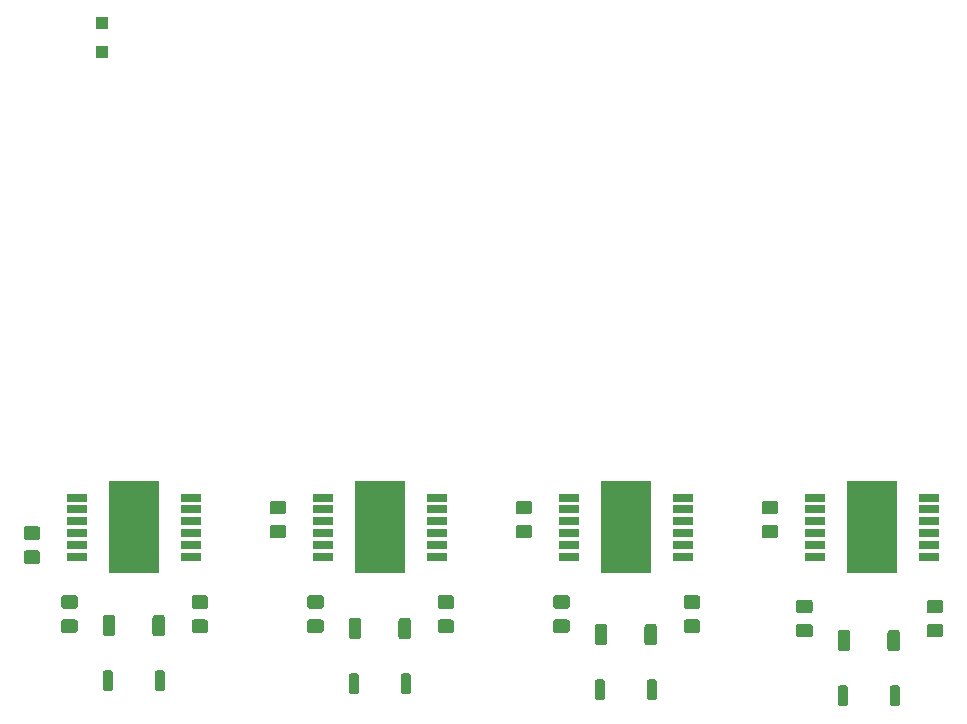
<source format=gtp>
G04 #@! TF.GenerationSoftware,KiCad,Pcbnew,(5.1.5)-3*
G04 #@! TF.CreationDate,2020-03-16T21:32:30+01:00*
G04 #@! TF.ProjectId,motor,6d6f746f-722e-46b6-9963-61645f706362,rev?*
G04 #@! TF.SameCoordinates,Original*
G04 #@! TF.FileFunction,Paste,Top*
G04 #@! TF.FilePolarity,Positive*
%FSLAX46Y46*%
G04 Gerber Fmt 4.6, Leading zero omitted, Abs format (unit mm)*
G04 Created by KiCad (PCBNEW (5.1.5)-3) date 2020-03-16 21:32:30*
%MOMM*%
%LPD*%
G04 APERTURE LIST*
%ADD10C,0.100000*%
%ADD11R,1.000000X1.000000*%
%ADD12R,4.300000X7.900000*%
%ADD13R,1.750000X0.650000*%
G04 APERTURE END LIST*
D10*
G36*
X86707505Y-103965204D02*
G01*
X86731773Y-103968804D01*
X86755572Y-103974765D01*
X86778671Y-103983030D01*
X86800850Y-103993520D01*
X86821893Y-104006132D01*
X86841599Y-104020747D01*
X86859777Y-104037223D01*
X86876253Y-104055401D01*
X86890868Y-104075107D01*
X86903480Y-104096150D01*
X86913970Y-104118329D01*
X86922235Y-104141428D01*
X86928196Y-104165227D01*
X86931796Y-104189495D01*
X86933000Y-104213999D01*
X86933000Y-104864001D01*
X86931796Y-104888505D01*
X86928196Y-104912773D01*
X86922235Y-104936572D01*
X86913970Y-104959671D01*
X86903480Y-104981850D01*
X86890868Y-105002893D01*
X86876253Y-105022599D01*
X86859777Y-105040777D01*
X86841599Y-105057253D01*
X86821893Y-105071868D01*
X86800850Y-105084480D01*
X86778671Y-105094970D01*
X86755572Y-105103235D01*
X86731773Y-105109196D01*
X86707505Y-105112796D01*
X86683001Y-105114000D01*
X85782999Y-105114000D01*
X85758495Y-105112796D01*
X85734227Y-105109196D01*
X85710428Y-105103235D01*
X85687329Y-105094970D01*
X85665150Y-105084480D01*
X85644107Y-105071868D01*
X85624401Y-105057253D01*
X85606223Y-105040777D01*
X85589747Y-105022599D01*
X85575132Y-105002893D01*
X85562520Y-104981850D01*
X85552030Y-104959671D01*
X85543765Y-104936572D01*
X85537804Y-104912773D01*
X85534204Y-104888505D01*
X85533000Y-104864001D01*
X85533000Y-104213999D01*
X85534204Y-104189495D01*
X85537804Y-104165227D01*
X85543765Y-104141428D01*
X85552030Y-104118329D01*
X85562520Y-104096150D01*
X85575132Y-104075107D01*
X85589747Y-104055401D01*
X85606223Y-104037223D01*
X85624401Y-104020747D01*
X85644107Y-104006132D01*
X85665150Y-103993520D01*
X85687329Y-103983030D01*
X85710428Y-103974765D01*
X85734227Y-103968804D01*
X85758495Y-103965204D01*
X85782999Y-103964000D01*
X86683001Y-103964000D01*
X86707505Y-103965204D01*
G37*
G36*
X86707505Y-101915204D02*
G01*
X86731773Y-101918804D01*
X86755572Y-101924765D01*
X86778671Y-101933030D01*
X86800850Y-101943520D01*
X86821893Y-101956132D01*
X86841599Y-101970747D01*
X86859777Y-101987223D01*
X86876253Y-102005401D01*
X86890868Y-102025107D01*
X86903480Y-102046150D01*
X86913970Y-102068329D01*
X86922235Y-102091428D01*
X86928196Y-102115227D01*
X86931796Y-102139495D01*
X86933000Y-102163999D01*
X86933000Y-102814001D01*
X86931796Y-102838505D01*
X86928196Y-102862773D01*
X86922235Y-102886572D01*
X86913970Y-102909671D01*
X86903480Y-102931850D01*
X86890868Y-102952893D01*
X86876253Y-102972599D01*
X86859777Y-102990777D01*
X86841599Y-103007253D01*
X86821893Y-103021868D01*
X86800850Y-103034480D01*
X86778671Y-103044970D01*
X86755572Y-103053235D01*
X86731773Y-103059196D01*
X86707505Y-103062796D01*
X86683001Y-103064000D01*
X85782999Y-103064000D01*
X85758495Y-103062796D01*
X85734227Y-103059196D01*
X85710428Y-103053235D01*
X85687329Y-103044970D01*
X85665150Y-103034480D01*
X85644107Y-103021868D01*
X85624401Y-103007253D01*
X85606223Y-102990777D01*
X85589747Y-102972599D01*
X85575132Y-102952893D01*
X85562520Y-102931850D01*
X85552030Y-102909671D01*
X85543765Y-102886572D01*
X85537804Y-102862773D01*
X85534204Y-102838505D01*
X85533000Y-102814001D01*
X85533000Y-102163999D01*
X85534204Y-102139495D01*
X85537804Y-102115227D01*
X85543765Y-102091428D01*
X85552030Y-102068329D01*
X85562520Y-102046150D01*
X85575132Y-102025107D01*
X85589747Y-102005401D01*
X85606223Y-101987223D01*
X85624401Y-101970747D01*
X85644107Y-101956132D01*
X85665150Y-101943520D01*
X85687329Y-101933030D01*
X85710428Y-101924765D01*
X85734227Y-101918804D01*
X85758495Y-101915204D01*
X85782999Y-101914000D01*
X86683001Y-101914000D01*
X86707505Y-101915204D01*
G37*
G36*
X107535505Y-103965204D02*
G01*
X107559773Y-103968804D01*
X107583572Y-103974765D01*
X107606671Y-103983030D01*
X107628850Y-103993520D01*
X107649893Y-104006132D01*
X107669599Y-104020747D01*
X107687777Y-104037223D01*
X107704253Y-104055401D01*
X107718868Y-104075107D01*
X107731480Y-104096150D01*
X107741970Y-104118329D01*
X107750235Y-104141428D01*
X107756196Y-104165227D01*
X107759796Y-104189495D01*
X107761000Y-104213999D01*
X107761000Y-104864001D01*
X107759796Y-104888505D01*
X107756196Y-104912773D01*
X107750235Y-104936572D01*
X107741970Y-104959671D01*
X107731480Y-104981850D01*
X107718868Y-105002893D01*
X107704253Y-105022599D01*
X107687777Y-105040777D01*
X107669599Y-105057253D01*
X107649893Y-105071868D01*
X107628850Y-105084480D01*
X107606671Y-105094970D01*
X107583572Y-105103235D01*
X107559773Y-105109196D01*
X107535505Y-105112796D01*
X107511001Y-105114000D01*
X106610999Y-105114000D01*
X106586495Y-105112796D01*
X106562227Y-105109196D01*
X106538428Y-105103235D01*
X106515329Y-105094970D01*
X106493150Y-105084480D01*
X106472107Y-105071868D01*
X106452401Y-105057253D01*
X106434223Y-105040777D01*
X106417747Y-105022599D01*
X106403132Y-105002893D01*
X106390520Y-104981850D01*
X106380030Y-104959671D01*
X106371765Y-104936572D01*
X106365804Y-104912773D01*
X106362204Y-104888505D01*
X106361000Y-104864001D01*
X106361000Y-104213999D01*
X106362204Y-104189495D01*
X106365804Y-104165227D01*
X106371765Y-104141428D01*
X106380030Y-104118329D01*
X106390520Y-104096150D01*
X106403132Y-104075107D01*
X106417747Y-104055401D01*
X106434223Y-104037223D01*
X106452401Y-104020747D01*
X106472107Y-104006132D01*
X106493150Y-103993520D01*
X106515329Y-103983030D01*
X106538428Y-103974765D01*
X106562227Y-103968804D01*
X106586495Y-103965204D01*
X106610999Y-103964000D01*
X107511001Y-103964000D01*
X107535505Y-103965204D01*
G37*
G36*
X107535505Y-101915204D02*
G01*
X107559773Y-101918804D01*
X107583572Y-101924765D01*
X107606671Y-101933030D01*
X107628850Y-101943520D01*
X107649893Y-101956132D01*
X107669599Y-101970747D01*
X107687777Y-101987223D01*
X107704253Y-102005401D01*
X107718868Y-102025107D01*
X107731480Y-102046150D01*
X107741970Y-102068329D01*
X107750235Y-102091428D01*
X107756196Y-102115227D01*
X107759796Y-102139495D01*
X107761000Y-102163999D01*
X107761000Y-102814001D01*
X107759796Y-102838505D01*
X107756196Y-102862773D01*
X107750235Y-102886572D01*
X107741970Y-102909671D01*
X107731480Y-102931850D01*
X107718868Y-102952893D01*
X107704253Y-102972599D01*
X107687777Y-102990777D01*
X107669599Y-103007253D01*
X107649893Y-103021868D01*
X107628850Y-103034480D01*
X107606671Y-103044970D01*
X107583572Y-103053235D01*
X107559773Y-103059196D01*
X107535505Y-103062796D01*
X107511001Y-103064000D01*
X106610999Y-103064000D01*
X106586495Y-103062796D01*
X106562227Y-103059196D01*
X106538428Y-103053235D01*
X106515329Y-103044970D01*
X106493150Y-103034480D01*
X106472107Y-103021868D01*
X106452401Y-103007253D01*
X106434223Y-102990777D01*
X106417747Y-102972599D01*
X106403132Y-102952893D01*
X106390520Y-102931850D01*
X106380030Y-102909671D01*
X106371765Y-102886572D01*
X106365804Y-102862773D01*
X106362204Y-102838505D01*
X106361000Y-102814001D01*
X106361000Y-102163999D01*
X106362204Y-102139495D01*
X106365804Y-102115227D01*
X106371765Y-102091428D01*
X106380030Y-102068329D01*
X106390520Y-102046150D01*
X106403132Y-102025107D01*
X106417747Y-102005401D01*
X106434223Y-101987223D01*
X106452401Y-101970747D01*
X106472107Y-101956132D01*
X106493150Y-101943520D01*
X106515329Y-101933030D01*
X106538428Y-101924765D01*
X106562227Y-101918804D01*
X106586495Y-101915204D01*
X106610999Y-101914000D01*
X107511001Y-101914000D01*
X107535505Y-101915204D01*
G37*
G36*
X128363505Y-103956204D02*
G01*
X128387773Y-103959804D01*
X128411572Y-103965765D01*
X128434671Y-103974030D01*
X128456850Y-103984520D01*
X128477893Y-103997132D01*
X128497599Y-104011747D01*
X128515777Y-104028223D01*
X128532253Y-104046401D01*
X128546868Y-104066107D01*
X128559480Y-104087150D01*
X128569970Y-104109329D01*
X128578235Y-104132428D01*
X128584196Y-104156227D01*
X128587796Y-104180495D01*
X128589000Y-104204999D01*
X128589000Y-104855001D01*
X128587796Y-104879505D01*
X128584196Y-104903773D01*
X128578235Y-104927572D01*
X128569970Y-104950671D01*
X128559480Y-104972850D01*
X128546868Y-104993893D01*
X128532253Y-105013599D01*
X128515777Y-105031777D01*
X128497599Y-105048253D01*
X128477893Y-105062868D01*
X128456850Y-105075480D01*
X128434671Y-105085970D01*
X128411572Y-105094235D01*
X128387773Y-105100196D01*
X128363505Y-105103796D01*
X128339001Y-105105000D01*
X127438999Y-105105000D01*
X127414495Y-105103796D01*
X127390227Y-105100196D01*
X127366428Y-105094235D01*
X127343329Y-105085970D01*
X127321150Y-105075480D01*
X127300107Y-105062868D01*
X127280401Y-105048253D01*
X127262223Y-105031777D01*
X127245747Y-105013599D01*
X127231132Y-104993893D01*
X127218520Y-104972850D01*
X127208030Y-104950671D01*
X127199765Y-104927572D01*
X127193804Y-104903773D01*
X127190204Y-104879505D01*
X127189000Y-104855001D01*
X127189000Y-104204999D01*
X127190204Y-104180495D01*
X127193804Y-104156227D01*
X127199765Y-104132428D01*
X127208030Y-104109329D01*
X127218520Y-104087150D01*
X127231132Y-104066107D01*
X127245747Y-104046401D01*
X127262223Y-104028223D01*
X127280401Y-104011747D01*
X127300107Y-103997132D01*
X127321150Y-103984520D01*
X127343329Y-103974030D01*
X127366428Y-103965765D01*
X127390227Y-103959804D01*
X127414495Y-103956204D01*
X127438999Y-103955000D01*
X128339001Y-103955000D01*
X128363505Y-103956204D01*
G37*
G36*
X128363505Y-101906204D02*
G01*
X128387773Y-101909804D01*
X128411572Y-101915765D01*
X128434671Y-101924030D01*
X128456850Y-101934520D01*
X128477893Y-101947132D01*
X128497599Y-101961747D01*
X128515777Y-101978223D01*
X128532253Y-101996401D01*
X128546868Y-102016107D01*
X128559480Y-102037150D01*
X128569970Y-102059329D01*
X128578235Y-102082428D01*
X128584196Y-102106227D01*
X128587796Y-102130495D01*
X128589000Y-102154999D01*
X128589000Y-102805001D01*
X128587796Y-102829505D01*
X128584196Y-102853773D01*
X128578235Y-102877572D01*
X128569970Y-102900671D01*
X128559480Y-102922850D01*
X128546868Y-102943893D01*
X128532253Y-102963599D01*
X128515777Y-102981777D01*
X128497599Y-102998253D01*
X128477893Y-103012868D01*
X128456850Y-103025480D01*
X128434671Y-103035970D01*
X128411572Y-103044235D01*
X128387773Y-103050196D01*
X128363505Y-103053796D01*
X128339001Y-103055000D01*
X127438999Y-103055000D01*
X127414495Y-103053796D01*
X127390227Y-103050196D01*
X127366428Y-103044235D01*
X127343329Y-103035970D01*
X127321150Y-103025480D01*
X127300107Y-103012868D01*
X127280401Y-102998253D01*
X127262223Y-102981777D01*
X127245747Y-102963599D01*
X127231132Y-102943893D01*
X127218520Y-102922850D01*
X127208030Y-102900671D01*
X127199765Y-102877572D01*
X127193804Y-102853773D01*
X127190204Y-102829505D01*
X127189000Y-102805001D01*
X127189000Y-102154999D01*
X127190204Y-102130495D01*
X127193804Y-102106227D01*
X127199765Y-102082428D01*
X127208030Y-102059329D01*
X127218520Y-102037150D01*
X127231132Y-102016107D01*
X127245747Y-101996401D01*
X127262223Y-101978223D01*
X127280401Y-101961747D01*
X127300107Y-101947132D01*
X127321150Y-101934520D01*
X127343329Y-101924030D01*
X127366428Y-101915765D01*
X127390227Y-101909804D01*
X127414495Y-101906204D01*
X127438999Y-101905000D01*
X128339001Y-101905000D01*
X128363505Y-101906204D01*
G37*
G36*
X148937505Y-102287204D02*
G01*
X148961773Y-102290804D01*
X148985572Y-102296765D01*
X149008671Y-102305030D01*
X149030850Y-102315520D01*
X149051893Y-102328132D01*
X149071599Y-102342747D01*
X149089777Y-102359223D01*
X149106253Y-102377401D01*
X149120868Y-102397107D01*
X149133480Y-102418150D01*
X149143970Y-102440329D01*
X149152235Y-102463428D01*
X149158196Y-102487227D01*
X149161796Y-102511495D01*
X149163000Y-102535999D01*
X149163000Y-103186001D01*
X149161796Y-103210505D01*
X149158196Y-103234773D01*
X149152235Y-103258572D01*
X149143970Y-103281671D01*
X149133480Y-103303850D01*
X149120868Y-103324893D01*
X149106253Y-103344599D01*
X149089777Y-103362777D01*
X149071599Y-103379253D01*
X149051893Y-103393868D01*
X149030850Y-103406480D01*
X149008671Y-103416970D01*
X148985572Y-103425235D01*
X148961773Y-103431196D01*
X148937505Y-103434796D01*
X148913001Y-103436000D01*
X148012999Y-103436000D01*
X147988495Y-103434796D01*
X147964227Y-103431196D01*
X147940428Y-103425235D01*
X147917329Y-103416970D01*
X147895150Y-103406480D01*
X147874107Y-103393868D01*
X147854401Y-103379253D01*
X147836223Y-103362777D01*
X147819747Y-103344599D01*
X147805132Y-103324893D01*
X147792520Y-103303850D01*
X147782030Y-103281671D01*
X147773765Y-103258572D01*
X147767804Y-103234773D01*
X147764204Y-103210505D01*
X147763000Y-103186001D01*
X147763000Y-102535999D01*
X147764204Y-102511495D01*
X147767804Y-102487227D01*
X147773765Y-102463428D01*
X147782030Y-102440329D01*
X147792520Y-102418150D01*
X147805132Y-102397107D01*
X147819747Y-102377401D01*
X147836223Y-102359223D01*
X147854401Y-102342747D01*
X147874107Y-102328132D01*
X147895150Y-102315520D01*
X147917329Y-102305030D01*
X147940428Y-102296765D01*
X147964227Y-102290804D01*
X147988495Y-102287204D01*
X148012999Y-102286000D01*
X148913001Y-102286000D01*
X148937505Y-102287204D01*
G37*
G36*
X148937505Y-104337204D02*
G01*
X148961773Y-104340804D01*
X148985572Y-104346765D01*
X149008671Y-104355030D01*
X149030850Y-104365520D01*
X149051893Y-104378132D01*
X149071599Y-104392747D01*
X149089777Y-104409223D01*
X149106253Y-104427401D01*
X149120868Y-104447107D01*
X149133480Y-104468150D01*
X149143970Y-104490329D01*
X149152235Y-104513428D01*
X149158196Y-104537227D01*
X149161796Y-104561495D01*
X149163000Y-104585999D01*
X149163000Y-105236001D01*
X149161796Y-105260505D01*
X149158196Y-105284773D01*
X149152235Y-105308572D01*
X149143970Y-105331671D01*
X149133480Y-105353850D01*
X149120868Y-105374893D01*
X149106253Y-105394599D01*
X149089777Y-105412777D01*
X149071599Y-105429253D01*
X149051893Y-105443868D01*
X149030850Y-105456480D01*
X149008671Y-105466970D01*
X148985572Y-105475235D01*
X148961773Y-105481196D01*
X148937505Y-105484796D01*
X148913001Y-105486000D01*
X148012999Y-105486000D01*
X147988495Y-105484796D01*
X147964227Y-105481196D01*
X147940428Y-105475235D01*
X147917329Y-105466970D01*
X147895150Y-105456480D01*
X147874107Y-105443868D01*
X147854401Y-105429253D01*
X147836223Y-105412777D01*
X147819747Y-105394599D01*
X147805132Y-105374893D01*
X147792520Y-105353850D01*
X147782030Y-105331671D01*
X147773765Y-105308572D01*
X147767804Y-105284773D01*
X147764204Y-105260505D01*
X147763000Y-105236001D01*
X147763000Y-104585999D01*
X147764204Y-104561495D01*
X147767804Y-104537227D01*
X147773765Y-104513428D01*
X147782030Y-104490329D01*
X147792520Y-104468150D01*
X147805132Y-104447107D01*
X147819747Y-104427401D01*
X147836223Y-104409223D01*
X147854401Y-104392747D01*
X147874107Y-104378132D01*
X147895150Y-104365520D01*
X147917329Y-104355030D01*
X147940428Y-104346765D01*
X147964227Y-104340804D01*
X147988495Y-104337204D01*
X148012999Y-104336000D01*
X148913001Y-104336000D01*
X148937505Y-104337204D01*
G37*
G36*
X72483505Y-96064204D02*
G01*
X72507773Y-96067804D01*
X72531572Y-96073765D01*
X72554671Y-96082030D01*
X72576850Y-96092520D01*
X72597893Y-96105132D01*
X72617599Y-96119747D01*
X72635777Y-96136223D01*
X72652253Y-96154401D01*
X72666868Y-96174107D01*
X72679480Y-96195150D01*
X72689970Y-96217329D01*
X72698235Y-96240428D01*
X72704196Y-96264227D01*
X72707796Y-96288495D01*
X72709000Y-96312999D01*
X72709000Y-96963001D01*
X72707796Y-96987505D01*
X72704196Y-97011773D01*
X72698235Y-97035572D01*
X72689970Y-97058671D01*
X72679480Y-97080850D01*
X72666868Y-97101893D01*
X72652253Y-97121599D01*
X72635777Y-97139777D01*
X72617599Y-97156253D01*
X72597893Y-97170868D01*
X72576850Y-97183480D01*
X72554671Y-97193970D01*
X72531572Y-97202235D01*
X72507773Y-97208196D01*
X72483505Y-97211796D01*
X72459001Y-97213000D01*
X71558999Y-97213000D01*
X71534495Y-97211796D01*
X71510227Y-97208196D01*
X71486428Y-97202235D01*
X71463329Y-97193970D01*
X71441150Y-97183480D01*
X71420107Y-97170868D01*
X71400401Y-97156253D01*
X71382223Y-97139777D01*
X71365747Y-97121599D01*
X71351132Y-97101893D01*
X71338520Y-97080850D01*
X71328030Y-97058671D01*
X71319765Y-97035572D01*
X71313804Y-97011773D01*
X71310204Y-96987505D01*
X71309000Y-96963001D01*
X71309000Y-96312999D01*
X71310204Y-96288495D01*
X71313804Y-96264227D01*
X71319765Y-96240428D01*
X71328030Y-96217329D01*
X71338520Y-96195150D01*
X71351132Y-96174107D01*
X71365747Y-96154401D01*
X71382223Y-96136223D01*
X71400401Y-96119747D01*
X71420107Y-96105132D01*
X71441150Y-96092520D01*
X71463329Y-96082030D01*
X71486428Y-96073765D01*
X71510227Y-96067804D01*
X71534495Y-96064204D01*
X71558999Y-96063000D01*
X72459001Y-96063000D01*
X72483505Y-96064204D01*
G37*
G36*
X72483505Y-98114204D02*
G01*
X72507773Y-98117804D01*
X72531572Y-98123765D01*
X72554671Y-98132030D01*
X72576850Y-98142520D01*
X72597893Y-98155132D01*
X72617599Y-98169747D01*
X72635777Y-98186223D01*
X72652253Y-98204401D01*
X72666868Y-98224107D01*
X72679480Y-98245150D01*
X72689970Y-98267329D01*
X72698235Y-98290428D01*
X72704196Y-98314227D01*
X72707796Y-98338495D01*
X72709000Y-98362999D01*
X72709000Y-99013001D01*
X72707796Y-99037505D01*
X72704196Y-99061773D01*
X72698235Y-99085572D01*
X72689970Y-99108671D01*
X72679480Y-99130850D01*
X72666868Y-99151893D01*
X72652253Y-99171599D01*
X72635777Y-99189777D01*
X72617599Y-99206253D01*
X72597893Y-99220868D01*
X72576850Y-99233480D01*
X72554671Y-99243970D01*
X72531572Y-99252235D01*
X72507773Y-99258196D01*
X72483505Y-99261796D01*
X72459001Y-99263000D01*
X71558999Y-99263000D01*
X71534495Y-99261796D01*
X71510227Y-99258196D01*
X71486428Y-99252235D01*
X71463329Y-99243970D01*
X71441150Y-99233480D01*
X71420107Y-99220868D01*
X71400401Y-99206253D01*
X71382223Y-99189777D01*
X71365747Y-99171599D01*
X71351132Y-99151893D01*
X71338520Y-99130850D01*
X71328030Y-99108671D01*
X71319765Y-99085572D01*
X71313804Y-99061773D01*
X71310204Y-99037505D01*
X71309000Y-99013001D01*
X71309000Y-98362999D01*
X71310204Y-98338495D01*
X71313804Y-98314227D01*
X71319765Y-98290428D01*
X71328030Y-98267329D01*
X71338520Y-98245150D01*
X71351132Y-98224107D01*
X71365747Y-98204401D01*
X71382223Y-98186223D01*
X71400401Y-98169747D01*
X71420107Y-98155132D01*
X71441150Y-98142520D01*
X71463329Y-98132030D01*
X71486428Y-98123765D01*
X71510227Y-98117804D01*
X71534495Y-98114204D01*
X71558999Y-98113000D01*
X72459001Y-98113000D01*
X72483505Y-98114204D01*
G37*
G36*
X75658505Y-101906204D02*
G01*
X75682773Y-101909804D01*
X75706572Y-101915765D01*
X75729671Y-101924030D01*
X75751850Y-101934520D01*
X75772893Y-101947132D01*
X75792599Y-101961747D01*
X75810777Y-101978223D01*
X75827253Y-101996401D01*
X75841868Y-102016107D01*
X75854480Y-102037150D01*
X75864970Y-102059329D01*
X75873235Y-102082428D01*
X75879196Y-102106227D01*
X75882796Y-102130495D01*
X75884000Y-102154999D01*
X75884000Y-102805001D01*
X75882796Y-102829505D01*
X75879196Y-102853773D01*
X75873235Y-102877572D01*
X75864970Y-102900671D01*
X75854480Y-102922850D01*
X75841868Y-102943893D01*
X75827253Y-102963599D01*
X75810777Y-102981777D01*
X75792599Y-102998253D01*
X75772893Y-103012868D01*
X75751850Y-103025480D01*
X75729671Y-103035970D01*
X75706572Y-103044235D01*
X75682773Y-103050196D01*
X75658505Y-103053796D01*
X75634001Y-103055000D01*
X74733999Y-103055000D01*
X74709495Y-103053796D01*
X74685227Y-103050196D01*
X74661428Y-103044235D01*
X74638329Y-103035970D01*
X74616150Y-103025480D01*
X74595107Y-103012868D01*
X74575401Y-102998253D01*
X74557223Y-102981777D01*
X74540747Y-102963599D01*
X74526132Y-102943893D01*
X74513520Y-102922850D01*
X74503030Y-102900671D01*
X74494765Y-102877572D01*
X74488804Y-102853773D01*
X74485204Y-102829505D01*
X74484000Y-102805001D01*
X74484000Y-102154999D01*
X74485204Y-102130495D01*
X74488804Y-102106227D01*
X74494765Y-102082428D01*
X74503030Y-102059329D01*
X74513520Y-102037150D01*
X74526132Y-102016107D01*
X74540747Y-101996401D01*
X74557223Y-101978223D01*
X74575401Y-101961747D01*
X74595107Y-101947132D01*
X74616150Y-101934520D01*
X74638329Y-101924030D01*
X74661428Y-101915765D01*
X74685227Y-101909804D01*
X74709495Y-101906204D01*
X74733999Y-101905000D01*
X75634001Y-101905000D01*
X75658505Y-101906204D01*
G37*
G36*
X75658505Y-103956204D02*
G01*
X75682773Y-103959804D01*
X75706572Y-103965765D01*
X75729671Y-103974030D01*
X75751850Y-103984520D01*
X75772893Y-103997132D01*
X75792599Y-104011747D01*
X75810777Y-104028223D01*
X75827253Y-104046401D01*
X75841868Y-104066107D01*
X75854480Y-104087150D01*
X75864970Y-104109329D01*
X75873235Y-104132428D01*
X75879196Y-104156227D01*
X75882796Y-104180495D01*
X75884000Y-104204999D01*
X75884000Y-104855001D01*
X75882796Y-104879505D01*
X75879196Y-104903773D01*
X75873235Y-104927572D01*
X75864970Y-104950671D01*
X75854480Y-104972850D01*
X75841868Y-104993893D01*
X75827253Y-105013599D01*
X75810777Y-105031777D01*
X75792599Y-105048253D01*
X75772893Y-105062868D01*
X75751850Y-105075480D01*
X75729671Y-105085970D01*
X75706572Y-105094235D01*
X75682773Y-105100196D01*
X75658505Y-105103796D01*
X75634001Y-105105000D01*
X74733999Y-105105000D01*
X74709495Y-105103796D01*
X74685227Y-105100196D01*
X74661428Y-105094235D01*
X74638329Y-105085970D01*
X74616150Y-105075480D01*
X74595107Y-105062868D01*
X74575401Y-105048253D01*
X74557223Y-105031777D01*
X74540747Y-105013599D01*
X74526132Y-104993893D01*
X74513520Y-104972850D01*
X74503030Y-104950671D01*
X74494765Y-104927572D01*
X74488804Y-104903773D01*
X74485204Y-104879505D01*
X74484000Y-104855001D01*
X74484000Y-104204999D01*
X74485204Y-104180495D01*
X74488804Y-104156227D01*
X74494765Y-104132428D01*
X74503030Y-104109329D01*
X74513520Y-104087150D01*
X74526132Y-104066107D01*
X74540747Y-104046401D01*
X74557223Y-104028223D01*
X74575401Y-104011747D01*
X74595107Y-103997132D01*
X74616150Y-103984520D01*
X74638329Y-103974030D01*
X74661428Y-103965765D01*
X74685227Y-103959804D01*
X74709495Y-103956204D01*
X74733999Y-103955000D01*
X75634001Y-103955000D01*
X75658505Y-103956204D01*
G37*
G36*
X96486505Y-101906204D02*
G01*
X96510773Y-101909804D01*
X96534572Y-101915765D01*
X96557671Y-101924030D01*
X96579850Y-101934520D01*
X96600893Y-101947132D01*
X96620599Y-101961747D01*
X96638777Y-101978223D01*
X96655253Y-101996401D01*
X96669868Y-102016107D01*
X96682480Y-102037150D01*
X96692970Y-102059329D01*
X96701235Y-102082428D01*
X96707196Y-102106227D01*
X96710796Y-102130495D01*
X96712000Y-102154999D01*
X96712000Y-102805001D01*
X96710796Y-102829505D01*
X96707196Y-102853773D01*
X96701235Y-102877572D01*
X96692970Y-102900671D01*
X96682480Y-102922850D01*
X96669868Y-102943893D01*
X96655253Y-102963599D01*
X96638777Y-102981777D01*
X96620599Y-102998253D01*
X96600893Y-103012868D01*
X96579850Y-103025480D01*
X96557671Y-103035970D01*
X96534572Y-103044235D01*
X96510773Y-103050196D01*
X96486505Y-103053796D01*
X96462001Y-103055000D01*
X95561999Y-103055000D01*
X95537495Y-103053796D01*
X95513227Y-103050196D01*
X95489428Y-103044235D01*
X95466329Y-103035970D01*
X95444150Y-103025480D01*
X95423107Y-103012868D01*
X95403401Y-102998253D01*
X95385223Y-102981777D01*
X95368747Y-102963599D01*
X95354132Y-102943893D01*
X95341520Y-102922850D01*
X95331030Y-102900671D01*
X95322765Y-102877572D01*
X95316804Y-102853773D01*
X95313204Y-102829505D01*
X95312000Y-102805001D01*
X95312000Y-102154999D01*
X95313204Y-102130495D01*
X95316804Y-102106227D01*
X95322765Y-102082428D01*
X95331030Y-102059329D01*
X95341520Y-102037150D01*
X95354132Y-102016107D01*
X95368747Y-101996401D01*
X95385223Y-101978223D01*
X95403401Y-101961747D01*
X95423107Y-101947132D01*
X95444150Y-101934520D01*
X95466329Y-101924030D01*
X95489428Y-101915765D01*
X95513227Y-101909804D01*
X95537495Y-101906204D01*
X95561999Y-101905000D01*
X96462001Y-101905000D01*
X96486505Y-101906204D01*
G37*
G36*
X96486505Y-103956204D02*
G01*
X96510773Y-103959804D01*
X96534572Y-103965765D01*
X96557671Y-103974030D01*
X96579850Y-103984520D01*
X96600893Y-103997132D01*
X96620599Y-104011747D01*
X96638777Y-104028223D01*
X96655253Y-104046401D01*
X96669868Y-104066107D01*
X96682480Y-104087150D01*
X96692970Y-104109329D01*
X96701235Y-104132428D01*
X96707196Y-104156227D01*
X96710796Y-104180495D01*
X96712000Y-104204999D01*
X96712000Y-104855001D01*
X96710796Y-104879505D01*
X96707196Y-104903773D01*
X96701235Y-104927572D01*
X96692970Y-104950671D01*
X96682480Y-104972850D01*
X96669868Y-104993893D01*
X96655253Y-105013599D01*
X96638777Y-105031777D01*
X96620599Y-105048253D01*
X96600893Y-105062868D01*
X96579850Y-105075480D01*
X96557671Y-105085970D01*
X96534572Y-105094235D01*
X96510773Y-105100196D01*
X96486505Y-105103796D01*
X96462001Y-105105000D01*
X95561999Y-105105000D01*
X95537495Y-105103796D01*
X95513227Y-105100196D01*
X95489428Y-105094235D01*
X95466329Y-105085970D01*
X95444150Y-105075480D01*
X95423107Y-105062868D01*
X95403401Y-105048253D01*
X95385223Y-105031777D01*
X95368747Y-105013599D01*
X95354132Y-104993893D01*
X95341520Y-104972850D01*
X95331030Y-104950671D01*
X95322765Y-104927572D01*
X95316804Y-104903773D01*
X95313204Y-104879505D01*
X95312000Y-104855001D01*
X95312000Y-104204999D01*
X95313204Y-104180495D01*
X95316804Y-104156227D01*
X95322765Y-104132428D01*
X95331030Y-104109329D01*
X95341520Y-104087150D01*
X95354132Y-104066107D01*
X95368747Y-104046401D01*
X95385223Y-104028223D01*
X95403401Y-104011747D01*
X95423107Y-103997132D01*
X95444150Y-103984520D01*
X95466329Y-103974030D01*
X95489428Y-103965765D01*
X95513227Y-103959804D01*
X95537495Y-103956204D01*
X95561999Y-103955000D01*
X96462001Y-103955000D01*
X96486505Y-103956204D01*
G37*
G36*
X117314505Y-101906204D02*
G01*
X117338773Y-101909804D01*
X117362572Y-101915765D01*
X117385671Y-101924030D01*
X117407850Y-101934520D01*
X117428893Y-101947132D01*
X117448599Y-101961747D01*
X117466777Y-101978223D01*
X117483253Y-101996401D01*
X117497868Y-102016107D01*
X117510480Y-102037150D01*
X117520970Y-102059329D01*
X117529235Y-102082428D01*
X117535196Y-102106227D01*
X117538796Y-102130495D01*
X117540000Y-102154999D01*
X117540000Y-102805001D01*
X117538796Y-102829505D01*
X117535196Y-102853773D01*
X117529235Y-102877572D01*
X117520970Y-102900671D01*
X117510480Y-102922850D01*
X117497868Y-102943893D01*
X117483253Y-102963599D01*
X117466777Y-102981777D01*
X117448599Y-102998253D01*
X117428893Y-103012868D01*
X117407850Y-103025480D01*
X117385671Y-103035970D01*
X117362572Y-103044235D01*
X117338773Y-103050196D01*
X117314505Y-103053796D01*
X117290001Y-103055000D01*
X116389999Y-103055000D01*
X116365495Y-103053796D01*
X116341227Y-103050196D01*
X116317428Y-103044235D01*
X116294329Y-103035970D01*
X116272150Y-103025480D01*
X116251107Y-103012868D01*
X116231401Y-102998253D01*
X116213223Y-102981777D01*
X116196747Y-102963599D01*
X116182132Y-102943893D01*
X116169520Y-102922850D01*
X116159030Y-102900671D01*
X116150765Y-102877572D01*
X116144804Y-102853773D01*
X116141204Y-102829505D01*
X116140000Y-102805001D01*
X116140000Y-102154999D01*
X116141204Y-102130495D01*
X116144804Y-102106227D01*
X116150765Y-102082428D01*
X116159030Y-102059329D01*
X116169520Y-102037150D01*
X116182132Y-102016107D01*
X116196747Y-101996401D01*
X116213223Y-101978223D01*
X116231401Y-101961747D01*
X116251107Y-101947132D01*
X116272150Y-101934520D01*
X116294329Y-101924030D01*
X116317428Y-101915765D01*
X116341227Y-101909804D01*
X116365495Y-101906204D01*
X116389999Y-101905000D01*
X117290001Y-101905000D01*
X117314505Y-101906204D01*
G37*
G36*
X117314505Y-103956204D02*
G01*
X117338773Y-103959804D01*
X117362572Y-103965765D01*
X117385671Y-103974030D01*
X117407850Y-103984520D01*
X117428893Y-103997132D01*
X117448599Y-104011747D01*
X117466777Y-104028223D01*
X117483253Y-104046401D01*
X117497868Y-104066107D01*
X117510480Y-104087150D01*
X117520970Y-104109329D01*
X117529235Y-104132428D01*
X117535196Y-104156227D01*
X117538796Y-104180495D01*
X117540000Y-104204999D01*
X117540000Y-104855001D01*
X117538796Y-104879505D01*
X117535196Y-104903773D01*
X117529235Y-104927572D01*
X117520970Y-104950671D01*
X117510480Y-104972850D01*
X117497868Y-104993893D01*
X117483253Y-105013599D01*
X117466777Y-105031777D01*
X117448599Y-105048253D01*
X117428893Y-105062868D01*
X117407850Y-105075480D01*
X117385671Y-105085970D01*
X117362572Y-105094235D01*
X117338773Y-105100196D01*
X117314505Y-105103796D01*
X117290001Y-105105000D01*
X116389999Y-105105000D01*
X116365495Y-105103796D01*
X116341227Y-105100196D01*
X116317428Y-105094235D01*
X116294329Y-105085970D01*
X116272150Y-105075480D01*
X116251107Y-105062868D01*
X116231401Y-105048253D01*
X116213223Y-105031777D01*
X116196747Y-105013599D01*
X116182132Y-104993893D01*
X116169520Y-104972850D01*
X116159030Y-104950671D01*
X116150765Y-104927572D01*
X116144804Y-104903773D01*
X116141204Y-104879505D01*
X116140000Y-104855001D01*
X116140000Y-104204999D01*
X116141204Y-104180495D01*
X116144804Y-104156227D01*
X116150765Y-104132428D01*
X116159030Y-104109329D01*
X116169520Y-104087150D01*
X116182132Y-104066107D01*
X116196747Y-104046401D01*
X116213223Y-104028223D01*
X116231401Y-104011747D01*
X116251107Y-103997132D01*
X116272150Y-103984520D01*
X116294329Y-103974030D01*
X116317428Y-103965765D01*
X116341227Y-103959804D01*
X116365495Y-103956204D01*
X116389999Y-103955000D01*
X117290001Y-103955000D01*
X117314505Y-103956204D01*
G37*
G36*
X137888505Y-102287204D02*
G01*
X137912773Y-102290804D01*
X137936572Y-102296765D01*
X137959671Y-102305030D01*
X137981850Y-102315520D01*
X138002893Y-102328132D01*
X138022599Y-102342747D01*
X138040777Y-102359223D01*
X138057253Y-102377401D01*
X138071868Y-102397107D01*
X138084480Y-102418150D01*
X138094970Y-102440329D01*
X138103235Y-102463428D01*
X138109196Y-102487227D01*
X138112796Y-102511495D01*
X138114000Y-102535999D01*
X138114000Y-103186001D01*
X138112796Y-103210505D01*
X138109196Y-103234773D01*
X138103235Y-103258572D01*
X138094970Y-103281671D01*
X138084480Y-103303850D01*
X138071868Y-103324893D01*
X138057253Y-103344599D01*
X138040777Y-103362777D01*
X138022599Y-103379253D01*
X138002893Y-103393868D01*
X137981850Y-103406480D01*
X137959671Y-103416970D01*
X137936572Y-103425235D01*
X137912773Y-103431196D01*
X137888505Y-103434796D01*
X137864001Y-103436000D01*
X136963999Y-103436000D01*
X136939495Y-103434796D01*
X136915227Y-103431196D01*
X136891428Y-103425235D01*
X136868329Y-103416970D01*
X136846150Y-103406480D01*
X136825107Y-103393868D01*
X136805401Y-103379253D01*
X136787223Y-103362777D01*
X136770747Y-103344599D01*
X136756132Y-103324893D01*
X136743520Y-103303850D01*
X136733030Y-103281671D01*
X136724765Y-103258572D01*
X136718804Y-103234773D01*
X136715204Y-103210505D01*
X136714000Y-103186001D01*
X136714000Y-102535999D01*
X136715204Y-102511495D01*
X136718804Y-102487227D01*
X136724765Y-102463428D01*
X136733030Y-102440329D01*
X136743520Y-102418150D01*
X136756132Y-102397107D01*
X136770747Y-102377401D01*
X136787223Y-102359223D01*
X136805401Y-102342747D01*
X136825107Y-102328132D01*
X136846150Y-102315520D01*
X136868329Y-102305030D01*
X136891428Y-102296765D01*
X136915227Y-102290804D01*
X136939495Y-102287204D01*
X136963999Y-102286000D01*
X137864001Y-102286000D01*
X137888505Y-102287204D01*
G37*
G36*
X137888505Y-104337204D02*
G01*
X137912773Y-104340804D01*
X137936572Y-104346765D01*
X137959671Y-104355030D01*
X137981850Y-104365520D01*
X138002893Y-104378132D01*
X138022599Y-104392747D01*
X138040777Y-104409223D01*
X138057253Y-104427401D01*
X138071868Y-104447107D01*
X138084480Y-104468150D01*
X138094970Y-104490329D01*
X138103235Y-104513428D01*
X138109196Y-104537227D01*
X138112796Y-104561495D01*
X138114000Y-104585999D01*
X138114000Y-105236001D01*
X138112796Y-105260505D01*
X138109196Y-105284773D01*
X138103235Y-105308572D01*
X138094970Y-105331671D01*
X138084480Y-105353850D01*
X138071868Y-105374893D01*
X138057253Y-105394599D01*
X138040777Y-105412777D01*
X138022599Y-105429253D01*
X138002893Y-105443868D01*
X137981850Y-105456480D01*
X137959671Y-105466970D01*
X137936572Y-105475235D01*
X137912773Y-105481196D01*
X137888505Y-105484796D01*
X137864001Y-105486000D01*
X136963999Y-105486000D01*
X136939495Y-105484796D01*
X136915227Y-105481196D01*
X136891428Y-105475235D01*
X136868329Y-105466970D01*
X136846150Y-105456480D01*
X136825107Y-105443868D01*
X136805401Y-105429253D01*
X136787223Y-105412777D01*
X136770747Y-105394599D01*
X136756132Y-105374893D01*
X136743520Y-105353850D01*
X136733030Y-105331671D01*
X136724765Y-105308572D01*
X136718804Y-105284773D01*
X136715204Y-105260505D01*
X136714000Y-105236001D01*
X136714000Y-104585999D01*
X136715204Y-104561495D01*
X136718804Y-104537227D01*
X136724765Y-104513428D01*
X136733030Y-104490329D01*
X136743520Y-104468150D01*
X136756132Y-104447107D01*
X136770747Y-104427401D01*
X136787223Y-104409223D01*
X136805401Y-104392747D01*
X136825107Y-104378132D01*
X136846150Y-104365520D01*
X136868329Y-104355030D01*
X136891428Y-104346765D01*
X136915227Y-104340804D01*
X136939495Y-104337204D01*
X136963999Y-104336000D01*
X137864001Y-104336000D01*
X137888505Y-104337204D01*
G37*
G36*
X93311505Y-93905204D02*
G01*
X93335773Y-93908804D01*
X93359572Y-93914765D01*
X93382671Y-93923030D01*
X93404850Y-93933520D01*
X93425893Y-93946132D01*
X93445599Y-93960747D01*
X93463777Y-93977223D01*
X93480253Y-93995401D01*
X93494868Y-94015107D01*
X93507480Y-94036150D01*
X93517970Y-94058329D01*
X93526235Y-94081428D01*
X93532196Y-94105227D01*
X93535796Y-94129495D01*
X93537000Y-94153999D01*
X93537000Y-94804001D01*
X93535796Y-94828505D01*
X93532196Y-94852773D01*
X93526235Y-94876572D01*
X93517970Y-94899671D01*
X93507480Y-94921850D01*
X93494868Y-94942893D01*
X93480253Y-94962599D01*
X93463777Y-94980777D01*
X93445599Y-94997253D01*
X93425893Y-95011868D01*
X93404850Y-95024480D01*
X93382671Y-95034970D01*
X93359572Y-95043235D01*
X93335773Y-95049196D01*
X93311505Y-95052796D01*
X93287001Y-95054000D01*
X92386999Y-95054000D01*
X92362495Y-95052796D01*
X92338227Y-95049196D01*
X92314428Y-95043235D01*
X92291329Y-95034970D01*
X92269150Y-95024480D01*
X92248107Y-95011868D01*
X92228401Y-94997253D01*
X92210223Y-94980777D01*
X92193747Y-94962599D01*
X92179132Y-94942893D01*
X92166520Y-94921850D01*
X92156030Y-94899671D01*
X92147765Y-94876572D01*
X92141804Y-94852773D01*
X92138204Y-94828505D01*
X92137000Y-94804001D01*
X92137000Y-94153999D01*
X92138204Y-94129495D01*
X92141804Y-94105227D01*
X92147765Y-94081428D01*
X92156030Y-94058329D01*
X92166520Y-94036150D01*
X92179132Y-94015107D01*
X92193747Y-93995401D01*
X92210223Y-93977223D01*
X92228401Y-93960747D01*
X92248107Y-93946132D01*
X92269150Y-93933520D01*
X92291329Y-93923030D01*
X92314428Y-93914765D01*
X92338227Y-93908804D01*
X92362495Y-93905204D01*
X92386999Y-93904000D01*
X93287001Y-93904000D01*
X93311505Y-93905204D01*
G37*
G36*
X93311505Y-95955204D02*
G01*
X93335773Y-95958804D01*
X93359572Y-95964765D01*
X93382671Y-95973030D01*
X93404850Y-95983520D01*
X93425893Y-95996132D01*
X93445599Y-96010747D01*
X93463777Y-96027223D01*
X93480253Y-96045401D01*
X93494868Y-96065107D01*
X93507480Y-96086150D01*
X93517970Y-96108329D01*
X93526235Y-96131428D01*
X93532196Y-96155227D01*
X93535796Y-96179495D01*
X93537000Y-96203999D01*
X93537000Y-96854001D01*
X93535796Y-96878505D01*
X93532196Y-96902773D01*
X93526235Y-96926572D01*
X93517970Y-96949671D01*
X93507480Y-96971850D01*
X93494868Y-96992893D01*
X93480253Y-97012599D01*
X93463777Y-97030777D01*
X93445599Y-97047253D01*
X93425893Y-97061868D01*
X93404850Y-97074480D01*
X93382671Y-97084970D01*
X93359572Y-97093235D01*
X93335773Y-97099196D01*
X93311505Y-97102796D01*
X93287001Y-97104000D01*
X92386999Y-97104000D01*
X92362495Y-97102796D01*
X92338227Y-97099196D01*
X92314428Y-97093235D01*
X92291329Y-97084970D01*
X92269150Y-97074480D01*
X92248107Y-97061868D01*
X92228401Y-97047253D01*
X92210223Y-97030777D01*
X92193747Y-97012599D01*
X92179132Y-96992893D01*
X92166520Y-96971850D01*
X92156030Y-96949671D01*
X92147765Y-96926572D01*
X92141804Y-96902773D01*
X92138204Y-96878505D01*
X92137000Y-96854001D01*
X92137000Y-96203999D01*
X92138204Y-96179495D01*
X92141804Y-96155227D01*
X92147765Y-96131428D01*
X92156030Y-96108329D01*
X92166520Y-96086150D01*
X92179132Y-96065107D01*
X92193747Y-96045401D01*
X92210223Y-96027223D01*
X92228401Y-96010747D01*
X92248107Y-95996132D01*
X92269150Y-95983520D01*
X92291329Y-95973030D01*
X92314428Y-95964765D01*
X92338227Y-95958804D01*
X92362495Y-95955204D01*
X92386999Y-95954000D01*
X93287001Y-95954000D01*
X93311505Y-95955204D01*
G37*
G36*
X114139505Y-95955204D02*
G01*
X114163773Y-95958804D01*
X114187572Y-95964765D01*
X114210671Y-95973030D01*
X114232850Y-95983520D01*
X114253893Y-95996132D01*
X114273599Y-96010747D01*
X114291777Y-96027223D01*
X114308253Y-96045401D01*
X114322868Y-96065107D01*
X114335480Y-96086150D01*
X114345970Y-96108329D01*
X114354235Y-96131428D01*
X114360196Y-96155227D01*
X114363796Y-96179495D01*
X114365000Y-96203999D01*
X114365000Y-96854001D01*
X114363796Y-96878505D01*
X114360196Y-96902773D01*
X114354235Y-96926572D01*
X114345970Y-96949671D01*
X114335480Y-96971850D01*
X114322868Y-96992893D01*
X114308253Y-97012599D01*
X114291777Y-97030777D01*
X114273599Y-97047253D01*
X114253893Y-97061868D01*
X114232850Y-97074480D01*
X114210671Y-97084970D01*
X114187572Y-97093235D01*
X114163773Y-97099196D01*
X114139505Y-97102796D01*
X114115001Y-97104000D01*
X113214999Y-97104000D01*
X113190495Y-97102796D01*
X113166227Y-97099196D01*
X113142428Y-97093235D01*
X113119329Y-97084970D01*
X113097150Y-97074480D01*
X113076107Y-97061868D01*
X113056401Y-97047253D01*
X113038223Y-97030777D01*
X113021747Y-97012599D01*
X113007132Y-96992893D01*
X112994520Y-96971850D01*
X112984030Y-96949671D01*
X112975765Y-96926572D01*
X112969804Y-96902773D01*
X112966204Y-96878505D01*
X112965000Y-96854001D01*
X112965000Y-96203999D01*
X112966204Y-96179495D01*
X112969804Y-96155227D01*
X112975765Y-96131428D01*
X112984030Y-96108329D01*
X112994520Y-96086150D01*
X113007132Y-96065107D01*
X113021747Y-96045401D01*
X113038223Y-96027223D01*
X113056401Y-96010747D01*
X113076107Y-95996132D01*
X113097150Y-95983520D01*
X113119329Y-95973030D01*
X113142428Y-95964765D01*
X113166227Y-95958804D01*
X113190495Y-95955204D01*
X113214999Y-95954000D01*
X114115001Y-95954000D01*
X114139505Y-95955204D01*
G37*
G36*
X114139505Y-93905204D02*
G01*
X114163773Y-93908804D01*
X114187572Y-93914765D01*
X114210671Y-93923030D01*
X114232850Y-93933520D01*
X114253893Y-93946132D01*
X114273599Y-93960747D01*
X114291777Y-93977223D01*
X114308253Y-93995401D01*
X114322868Y-94015107D01*
X114335480Y-94036150D01*
X114345970Y-94058329D01*
X114354235Y-94081428D01*
X114360196Y-94105227D01*
X114363796Y-94129495D01*
X114365000Y-94153999D01*
X114365000Y-94804001D01*
X114363796Y-94828505D01*
X114360196Y-94852773D01*
X114354235Y-94876572D01*
X114345970Y-94899671D01*
X114335480Y-94921850D01*
X114322868Y-94942893D01*
X114308253Y-94962599D01*
X114291777Y-94980777D01*
X114273599Y-94997253D01*
X114253893Y-95011868D01*
X114232850Y-95024480D01*
X114210671Y-95034970D01*
X114187572Y-95043235D01*
X114163773Y-95049196D01*
X114139505Y-95052796D01*
X114115001Y-95054000D01*
X113214999Y-95054000D01*
X113190495Y-95052796D01*
X113166227Y-95049196D01*
X113142428Y-95043235D01*
X113119329Y-95034970D01*
X113097150Y-95024480D01*
X113076107Y-95011868D01*
X113056401Y-94997253D01*
X113038223Y-94980777D01*
X113021747Y-94962599D01*
X113007132Y-94942893D01*
X112994520Y-94921850D01*
X112984030Y-94899671D01*
X112975765Y-94876572D01*
X112969804Y-94852773D01*
X112966204Y-94828505D01*
X112965000Y-94804001D01*
X112965000Y-94153999D01*
X112966204Y-94129495D01*
X112969804Y-94105227D01*
X112975765Y-94081428D01*
X112984030Y-94058329D01*
X112994520Y-94036150D01*
X113007132Y-94015107D01*
X113021747Y-93995401D01*
X113038223Y-93977223D01*
X113056401Y-93960747D01*
X113076107Y-93946132D01*
X113097150Y-93933520D01*
X113119329Y-93923030D01*
X113142428Y-93914765D01*
X113166227Y-93908804D01*
X113190495Y-93905204D01*
X113214999Y-93904000D01*
X114115001Y-93904000D01*
X114139505Y-93905204D01*
G37*
G36*
X134967505Y-93905204D02*
G01*
X134991773Y-93908804D01*
X135015572Y-93914765D01*
X135038671Y-93923030D01*
X135060850Y-93933520D01*
X135081893Y-93946132D01*
X135101599Y-93960747D01*
X135119777Y-93977223D01*
X135136253Y-93995401D01*
X135150868Y-94015107D01*
X135163480Y-94036150D01*
X135173970Y-94058329D01*
X135182235Y-94081428D01*
X135188196Y-94105227D01*
X135191796Y-94129495D01*
X135193000Y-94153999D01*
X135193000Y-94804001D01*
X135191796Y-94828505D01*
X135188196Y-94852773D01*
X135182235Y-94876572D01*
X135173970Y-94899671D01*
X135163480Y-94921850D01*
X135150868Y-94942893D01*
X135136253Y-94962599D01*
X135119777Y-94980777D01*
X135101599Y-94997253D01*
X135081893Y-95011868D01*
X135060850Y-95024480D01*
X135038671Y-95034970D01*
X135015572Y-95043235D01*
X134991773Y-95049196D01*
X134967505Y-95052796D01*
X134943001Y-95054000D01*
X134042999Y-95054000D01*
X134018495Y-95052796D01*
X133994227Y-95049196D01*
X133970428Y-95043235D01*
X133947329Y-95034970D01*
X133925150Y-95024480D01*
X133904107Y-95011868D01*
X133884401Y-94997253D01*
X133866223Y-94980777D01*
X133849747Y-94962599D01*
X133835132Y-94942893D01*
X133822520Y-94921850D01*
X133812030Y-94899671D01*
X133803765Y-94876572D01*
X133797804Y-94852773D01*
X133794204Y-94828505D01*
X133793000Y-94804001D01*
X133793000Y-94153999D01*
X133794204Y-94129495D01*
X133797804Y-94105227D01*
X133803765Y-94081428D01*
X133812030Y-94058329D01*
X133822520Y-94036150D01*
X133835132Y-94015107D01*
X133849747Y-93995401D01*
X133866223Y-93977223D01*
X133884401Y-93960747D01*
X133904107Y-93946132D01*
X133925150Y-93933520D01*
X133947329Y-93923030D01*
X133970428Y-93914765D01*
X133994227Y-93908804D01*
X134018495Y-93905204D01*
X134042999Y-93904000D01*
X134943001Y-93904000D01*
X134967505Y-93905204D01*
G37*
G36*
X134967505Y-95955204D02*
G01*
X134991773Y-95958804D01*
X135015572Y-95964765D01*
X135038671Y-95973030D01*
X135060850Y-95983520D01*
X135081893Y-95996132D01*
X135101599Y-96010747D01*
X135119777Y-96027223D01*
X135136253Y-96045401D01*
X135150868Y-96065107D01*
X135163480Y-96086150D01*
X135173970Y-96108329D01*
X135182235Y-96131428D01*
X135188196Y-96155227D01*
X135191796Y-96179495D01*
X135193000Y-96203999D01*
X135193000Y-96854001D01*
X135191796Y-96878505D01*
X135188196Y-96902773D01*
X135182235Y-96926572D01*
X135173970Y-96949671D01*
X135163480Y-96971850D01*
X135150868Y-96992893D01*
X135136253Y-97012599D01*
X135119777Y-97030777D01*
X135101599Y-97047253D01*
X135081893Y-97061868D01*
X135060850Y-97074480D01*
X135038671Y-97084970D01*
X135015572Y-97093235D01*
X134991773Y-97099196D01*
X134967505Y-97102796D01*
X134943001Y-97104000D01*
X134042999Y-97104000D01*
X134018495Y-97102796D01*
X133994227Y-97099196D01*
X133970428Y-97093235D01*
X133947329Y-97084970D01*
X133925150Y-97074480D01*
X133904107Y-97061868D01*
X133884401Y-97047253D01*
X133866223Y-97030777D01*
X133849747Y-97012599D01*
X133835132Y-96992893D01*
X133822520Y-96971850D01*
X133812030Y-96949671D01*
X133803765Y-96926572D01*
X133797804Y-96902773D01*
X133794204Y-96878505D01*
X133793000Y-96854001D01*
X133793000Y-96203999D01*
X133794204Y-96179495D01*
X133797804Y-96155227D01*
X133803765Y-96131428D01*
X133812030Y-96108329D01*
X133822520Y-96086150D01*
X133835132Y-96065107D01*
X133849747Y-96045401D01*
X133866223Y-96027223D01*
X133884401Y-96010747D01*
X133904107Y-95996132D01*
X133925150Y-95983520D01*
X133947329Y-95973030D01*
X133970428Y-95964765D01*
X133994227Y-95958804D01*
X134018495Y-95955204D01*
X134042999Y-95954000D01*
X134943001Y-95954000D01*
X134967505Y-95955204D01*
G37*
D11*
X77978000Y-53423500D03*
X77978000Y-55923500D03*
D10*
G36*
X83078329Y-108283023D02*
G01*
X83098957Y-108286083D01*
X83119185Y-108291150D01*
X83138820Y-108298176D01*
X83157672Y-108307092D01*
X83175559Y-108317813D01*
X83192309Y-108330235D01*
X83207760Y-108344240D01*
X83221765Y-108359691D01*
X83234187Y-108376441D01*
X83244908Y-108394328D01*
X83253824Y-108413180D01*
X83260850Y-108432815D01*
X83265917Y-108453043D01*
X83268977Y-108473671D01*
X83270000Y-108494500D01*
X83270000Y-109819500D01*
X83268977Y-109840329D01*
X83265917Y-109860957D01*
X83260850Y-109881185D01*
X83253824Y-109900820D01*
X83244908Y-109919672D01*
X83234187Y-109937559D01*
X83221765Y-109954309D01*
X83207760Y-109969760D01*
X83192309Y-109983765D01*
X83175559Y-109996187D01*
X83157672Y-110006908D01*
X83138820Y-110015824D01*
X83119185Y-110022850D01*
X83098957Y-110027917D01*
X83078329Y-110030977D01*
X83057500Y-110032000D01*
X82632500Y-110032000D01*
X82611671Y-110030977D01*
X82591043Y-110027917D01*
X82570815Y-110022850D01*
X82551180Y-110015824D01*
X82532328Y-110006908D01*
X82514441Y-109996187D01*
X82497691Y-109983765D01*
X82482240Y-109969760D01*
X82468235Y-109954309D01*
X82455813Y-109937559D01*
X82445092Y-109919672D01*
X82436176Y-109900820D01*
X82429150Y-109881185D01*
X82424083Y-109860957D01*
X82421023Y-109840329D01*
X82420000Y-109819500D01*
X82420000Y-108494500D01*
X82421023Y-108473671D01*
X82424083Y-108453043D01*
X82429150Y-108432815D01*
X82436176Y-108413180D01*
X82445092Y-108394328D01*
X82455813Y-108376441D01*
X82468235Y-108359691D01*
X82482240Y-108344240D01*
X82497691Y-108330235D01*
X82514441Y-108317813D01*
X82532328Y-108307092D01*
X82551180Y-108298176D01*
X82570815Y-108291150D01*
X82591043Y-108286083D01*
X82611671Y-108283023D01*
X82632500Y-108282000D01*
X83057500Y-108282000D01*
X83078329Y-108283023D01*
G37*
G36*
X78678329Y-108283023D02*
G01*
X78698957Y-108286083D01*
X78719185Y-108291150D01*
X78738820Y-108298176D01*
X78757672Y-108307092D01*
X78775559Y-108317813D01*
X78792309Y-108330235D01*
X78807760Y-108344240D01*
X78821765Y-108359691D01*
X78834187Y-108376441D01*
X78844908Y-108394328D01*
X78853824Y-108413180D01*
X78860850Y-108432815D01*
X78865917Y-108453043D01*
X78868977Y-108473671D01*
X78870000Y-108494500D01*
X78870000Y-109819500D01*
X78868977Y-109840329D01*
X78865917Y-109860957D01*
X78860850Y-109881185D01*
X78853824Y-109900820D01*
X78844908Y-109919672D01*
X78834187Y-109937559D01*
X78821765Y-109954309D01*
X78807760Y-109969760D01*
X78792309Y-109983765D01*
X78775559Y-109996187D01*
X78757672Y-110006908D01*
X78738820Y-110015824D01*
X78719185Y-110022850D01*
X78698957Y-110027917D01*
X78678329Y-110030977D01*
X78657500Y-110032000D01*
X78232500Y-110032000D01*
X78211671Y-110030977D01*
X78191043Y-110027917D01*
X78170815Y-110022850D01*
X78151180Y-110015824D01*
X78132328Y-110006908D01*
X78114441Y-109996187D01*
X78097691Y-109983765D01*
X78082240Y-109969760D01*
X78068235Y-109954309D01*
X78055813Y-109937559D01*
X78045092Y-109919672D01*
X78036176Y-109900820D01*
X78029150Y-109881185D01*
X78024083Y-109860957D01*
X78021023Y-109840329D01*
X78020000Y-109819500D01*
X78020000Y-108494500D01*
X78021023Y-108473671D01*
X78024083Y-108453043D01*
X78029150Y-108432815D01*
X78036176Y-108413180D01*
X78045092Y-108394328D01*
X78055813Y-108376441D01*
X78068235Y-108359691D01*
X78082240Y-108344240D01*
X78097691Y-108330235D01*
X78114441Y-108317813D01*
X78132328Y-108307092D01*
X78151180Y-108298176D01*
X78170815Y-108291150D01*
X78191043Y-108286083D01*
X78211671Y-108283023D01*
X78232500Y-108282000D01*
X78657500Y-108282000D01*
X78678329Y-108283023D01*
G37*
G36*
X83044505Y-103583204D02*
G01*
X83068773Y-103586804D01*
X83092572Y-103592765D01*
X83115671Y-103601030D01*
X83137850Y-103611520D01*
X83158893Y-103624132D01*
X83178599Y-103638747D01*
X83196777Y-103655223D01*
X83213253Y-103673401D01*
X83227868Y-103693107D01*
X83240480Y-103714150D01*
X83250970Y-103736329D01*
X83259235Y-103759428D01*
X83265196Y-103783227D01*
X83268796Y-103807495D01*
X83270000Y-103831999D01*
X83270000Y-105132001D01*
X83268796Y-105156505D01*
X83265196Y-105180773D01*
X83259235Y-105204572D01*
X83250970Y-105227671D01*
X83240480Y-105249850D01*
X83227868Y-105270893D01*
X83213253Y-105290599D01*
X83196777Y-105308777D01*
X83178599Y-105325253D01*
X83158893Y-105339868D01*
X83137850Y-105352480D01*
X83115671Y-105362970D01*
X83092572Y-105371235D01*
X83068773Y-105377196D01*
X83044505Y-105380796D01*
X83020001Y-105382000D01*
X82469999Y-105382000D01*
X82445495Y-105380796D01*
X82421227Y-105377196D01*
X82397428Y-105371235D01*
X82374329Y-105362970D01*
X82352150Y-105352480D01*
X82331107Y-105339868D01*
X82311401Y-105325253D01*
X82293223Y-105308777D01*
X82276747Y-105290599D01*
X82262132Y-105270893D01*
X82249520Y-105249850D01*
X82239030Y-105227671D01*
X82230765Y-105204572D01*
X82224804Y-105180773D01*
X82221204Y-105156505D01*
X82220000Y-105132001D01*
X82220000Y-103831999D01*
X82221204Y-103807495D01*
X82224804Y-103783227D01*
X82230765Y-103759428D01*
X82239030Y-103736329D01*
X82249520Y-103714150D01*
X82262132Y-103693107D01*
X82276747Y-103673401D01*
X82293223Y-103655223D01*
X82311401Y-103638747D01*
X82331107Y-103624132D01*
X82352150Y-103611520D01*
X82374329Y-103601030D01*
X82397428Y-103592765D01*
X82421227Y-103586804D01*
X82445495Y-103583204D01*
X82469999Y-103582000D01*
X83020001Y-103582000D01*
X83044505Y-103583204D01*
G37*
G36*
X78844505Y-103583204D02*
G01*
X78868773Y-103586804D01*
X78892572Y-103592765D01*
X78915671Y-103601030D01*
X78937850Y-103611520D01*
X78958893Y-103624132D01*
X78978599Y-103638747D01*
X78996777Y-103655223D01*
X79013253Y-103673401D01*
X79027868Y-103693107D01*
X79040480Y-103714150D01*
X79050970Y-103736329D01*
X79059235Y-103759428D01*
X79065196Y-103783227D01*
X79068796Y-103807495D01*
X79070000Y-103831999D01*
X79070000Y-105132001D01*
X79068796Y-105156505D01*
X79065196Y-105180773D01*
X79059235Y-105204572D01*
X79050970Y-105227671D01*
X79040480Y-105249850D01*
X79027868Y-105270893D01*
X79013253Y-105290599D01*
X78996777Y-105308777D01*
X78978599Y-105325253D01*
X78958893Y-105339868D01*
X78937850Y-105352480D01*
X78915671Y-105362970D01*
X78892572Y-105371235D01*
X78868773Y-105377196D01*
X78844505Y-105380796D01*
X78820001Y-105382000D01*
X78269999Y-105382000D01*
X78245495Y-105380796D01*
X78221227Y-105377196D01*
X78197428Y-105371235D01*
X78174329Y-105362970D01*
X78152150Y-105352480D01*
X78131107Y-105339868D01*
X78111401Y-105325253D01*
X78093223Y-105308777D01*
X78076747Y-105290599D01*
X78062132Y-105270893D01*
X78049520Y-105249850D01*
X78039030Y-105227671D01*
X78030765Y-105204572D01*
X78024804Y-105180773D01*
X78021204Y-105156505D01*
X78020000Y-105132001D01*
X78020000Y-103831999D01*
X78021204Y-103807495D01*
X78024804Y-103783227D01*
X78030765Y-103759428D01*
X78039030Y-103736329D01*
X78049520Y-103714150D01*
X78062132Y-103693107D01*
X78076747Y-103673401D01*
X78093223Y-103655223D01*
X78111401Y-103638747D01*
X78131107Y-103624132D01*
X78152150Y-103611520D01*
X78174329Y-103601030D01*
X78197428Y-103592765D01*
X78221227Y-103586804D01*
X78245495Y-103583204D01*
X78269999Y-103582000D01*
X78820001Y-103582000D01*
X78844505Y-103583204D01*
G37*
G36*
X99672505Y-103837204D02*
G01*
X99696773Y-103840804D01*
X99720572Y-103846765D01*
X99743671Y-103855030D01*
X99765850Y-103865520D01*
X99786893Y-103878132D01*
X99806599Y-103892747D01*
X99824777Y-103909223D01*
X99841253Y-103927401D01*
X99855868Y-103947107D01*
X99868480Y-103968150D01*
X99878970Y-103990329D01*
X99887235Y-104013428D01*
X99893196Y-104037227D01*
X99896796Y-104061495D01*
X99898000Y-104085999D01*
X99898000Y-105386001D01*
X99896796Y-105410505D01*
X99893196Y-105434773D01*
X99887235Y-105458572D01*
X99878970Y-105481671D01*
X99868480Y-105503850D01*
X99855868Y-105524893D01*
X99841253Y-105544599D01*
X99824777Y-105562777D01*
X99806599Y-105579253D01*
X99786893Y-105593868D01*
X99765850Y-105606480D01*
X99743671Y-105616970D01*
X99720572Y-105625235D01*
X99696773Y-105631196D01*
X99672505Y-105634796D01*
X99648001Y-105636000D01*
X99097999Y-105636000D01*
X99073495Y-105634796D01*
X99049227Y-105631196D01*
X99025428Y-105625235D01*
X99002329Y-105616970D01*
X98980150Y-105606480D01*
X98959107Y-105593868D01*
X98939401Y-105579253D01*
X98921223Y-105562777D01*
X98904747Y-105544599D01*
X98890132Y-105524893D01*
X98877520Y-105503850D01*
X98867030Y-105481671D01*
X98858765Y-105458572D01*
X98852804Y-105434773D01*
X98849204Y-105410505D01*
X98848000Y-105386001D01*
X98848000Y-104085999D01*
X98849204Y-104061495D01*
X98852804Y-104037227D01*
X98858765Y-104013428D01*
X98867030Y-103990329D01*
X98877520Y-103968150D01*
X98890132Y-103947107D01*
X98904747Y-103927401D01*
X98921223Y-103909223D01*
X98939401Y-103892747D01*
X98959107Y-103878132D01*
X98980150Y-103865520D01*
X99002329Y-103855030D01*
X99025428Y-103846765D01*
X99049227Y-103840804D01*
X99073495Y-103837204D01*
X99097999Y-103836000D01*
X99648001Y-103836000D01*
X99672505Y-103837204D01*
G37*
G36*
X103872505Y-103837204D02*
G01*
X103896773Y-103840804D01*
X103920572Y-103846765D01*
X103943671Y-103855030D01*
X103965850Y-103865520D01*
X103986893Y-103878132D01*
X104006599Y-103892747D01*
X104024777Y-103909223D01*
X104041253Y-103927401D01*
X104055868Y-103947107D01*
X104068480Y-103968150D01*
X104078970Y-103990329D01*
X104087235Y-104013428D01*
X104093196Y-104037227D01*
X104096796Y-104061495D01*
X104098000Y-104085999D01*
X104098000Y-105386001D01*
X104096796Y-105410505D01*
X104093196Y-105434773D01*
X104087235Y-105458572D01*
X104078970Y-105481671D01*
X104068480Y-105503850D01*
X104055868Y-105524893D01*
X104041253Y-105544599D01*
X104024777Y-105562777D01*
X104006599Y-105579253D01*
X103986893Y-105593868D01*
X103965850Y-105606480D01*
X103943671Y-105616970D01*
X103920572Y-105625235D01*
X103896773Y-105631196D01*
X103872505Y-105634796D01*
X103848001Y-105636000D01*
X103297999Y-105636000D01*
X103273495Y-105634796D01*
X103249227Y-105631196D01*
X103225428Y-105625235D01*
X103202329Y-105616970D01*
X103180150Y-105606480D01*
X103159107Y-105593868D01*
X103139401Y-105579253D01*
X103121223Y-105562777D01*
X103104747Y-105544599D01*
X103090132Y-105524893D01*
X103077520Y-105503850D01*
X103067030Y-105481671D01*
X103058765Y-105458572D01*
X103052804Y-105434773D01*
X103049204Y-105410505D01*
X103048000Y-105386001D01*
X103048000Y-104085999D01*
X103049204Y-104061495D01*
X103052804Y-104037227D01*
X103058765Y-104013428D01*
X103067030Y-103990329D01*
X103077520Y-103968150D01*
X103090132Y-103947107D01*
X103104747Y-103927401D01*
X103121223Y-103909223D01*
X103139401Y-103892747D01*
X103159107Y-103878132D01*
X103180150Y-103865520D01*
X103202329Y-103855030D01*
X103225428Y-103846765D01*
X103249227Y-103840804D01*
X103273495Y-103837204D01*
X103297999Y-103836000D01*
X103848001Y-103836000D01*
X103872505Y-103837204D01*
G37*
G36*
X99506329Y-108537023D02*
G01*
X99526957Y-108540083D01*
X99547185Y-108545150D01*
X99566820Y-108552176D01*
X99585672Y-108561092D01*
X99603559Y-108571813D01*
X99620309Y-108584235D01*
X99635760Y-108598240D01*
X99649765Y-108613691D01*
X99662187Y-108630441D01*
X99672908Y-108648328D01*
X99681824Y-108667180D01*
X99688850Y-108686815D01*
X99693917Y-108707043D01*
X99696977Y-108727671D01*
X99698000Y-108748500D01*
X99698000Y-110073500D01*
X99696977Y-110094329D01*
X99693917Y-110114957D01*
X99688850Y-110135185D01*
X99681824Y-110154820D01*
X99672908Y-110173672D01*
X99662187Y-110191559D01*
X99649765Y-110208309D01*
X99635760Y-110223760D01*
X99620309Y-110237765D01*
X99603559Y-110250187D01*
X99585672Y-110260908D01*
X99566820Y-110269824D01*
X99547185Y-110276850D01*
X99526957Y-110281917D01*
X99506329Y-110284977D01*
X99485500Y-110286000D01*
X99060500Y-110286000D01*
X99039671Y-110284977D01*
X99019043Y-110281917D01*
X98998815Y-110276850D01*
X98979180Y-110269824D01*
X98960328Y-110260908D01*
X98942441Y-110250187D01*
X98925691Y-110237765D01*
X98910240Y-110223760D01*
X98896235Y-110208309D01*
X98883813Y-110191559D01*
X98873092Y-110173672D01*
X98864176Y-110154820D01*
X98857150Y-110135185D01*
X98852083Y-110114957D01*
X98849023Y-110094329D01*
X98848000Y-110073500D01*
X98848000Y-108748500D01*
X98849023Y-108727671D01*
X98852083Y-108707043D01*
X98857150Y-108686815D01*
X98864176Y-108667180D01*
X98873092Y-108648328D01*
X98883813Y-108630441D01*
X98896235Y-108613691D01*
X98910240Y-108598240D01*
X98925691Y-108584235D01*
X98942441Y-108571813D01*
X98960328Y-108561092D01*
X98979180Y-108552176D01*
X98998815Y-108545150D01*
X99019043Y-108540083D01*
X99039671Y-108537023D01*
X99060500Y-108536000D01*
X99485500Y-108536000D01*
X99506329Y-108537023D01*
G37*
G36*
X103906329Y-108537023D02*
G01*
X103926957Y-108540083D01*
X103947185Y-108545150D01*
X103966820Y-108552176D01*
X103985672Y-108561092D01*
X104003559Y-108571813D01*
X104020309Y-108584235D01*
X104035760Y-108598240D01*
X104049765Y-108613691D01*
X104062187Y-108630441D01*
X104072908Y-108648328D01*
X104081824Y-108667180D01*
X104088850Y-108686815D01*
X104093917Y-108707043D01*
X104096977Y-108727671D01*
X104098000Y-108748500D01*
X104098000Y-110073500D01*
X104096977Y-110094329D01*
X104093917Y-110114957D01*
X104088850Y-110135185D01*
X104081824Y-110154820D01*
X104072908Y-110173672D01*
X104062187Y-110191559D01*
X104049765Y-110208309D01*
X104035760Y-110223760D01*
X104020309Y-110237765D01*
X104003559Y-110250187D01*
X103985672Y-110260908D01*
X103966820Y-110269824D01*
X103947185Y-110276850D01*
X103926957Y-110281917D01*
X103906329Y-110284977D01*
X103885500Y-110286000D01*
X103460500Y-110286000D01*
X103439671Y-110284977D01*
X103419043Y-110281917D01*
X103398815Y-110276850D01*
X103379180Y-110269824D01*
X103360328Y-110260908D01*
X103342441Y-110250187D01*
X103325691Y-110237765D01*
X103310240Y-110223760D01*
X103296235Y-110208309D01*
X103283813Y-110191559D01*
X103273092Y-110173672D01*
X103264176Y-110154820D01*
X103257150Y-110135185D01*
X103252083Y-110114957D01*
X103249023Y-110094329D01*
X103248000Y-110073500D01*
X103248000Y-108748500D01*
X103249023Y-108727671D01*
X103252083Y-108707043D01*
X103257150Y-108686815D01*
X103264176Y-108667180D01*
X103273092Y-108648328D01*
X103283813Y-108630441D01*
X103296235Y-108613691D01*
X103310240Y-108598240D01*
X103325691Y-108584235D01*
X103342441Y-108571813D01*
X103360328Y-108561092D01*
X103379180Y-108552176D01*
X103398815Y-108545150D01*
X103419043Y-108540083D01*
X103439671Y-108537023D01*
X103460500Y-108536000D01*
X103885500Y-108536000D01*
X103906329Y-108537023D01*
G37*
G36*
X124734329Y-109045023D02*
G01*
X124754957Y-109048083D01*
X124775185Y-109053150D01*
X124794820Y-109060176D01*
X124813672Y-109069092D01*
X124831559Y-109079813D01*
X124848309Y-109092235D01*
X124863760Y-109106240D01*
X124877765Y-109121691D01*
X124890187Y-109138441D01*
X124900908Y-109156328D01*
X124909824Y-109175180D01*
X124916850Y-109194815D01*
X124921917Y-109215043D01*
X124924977Y-109235671D01*
X124926000Y-109256500D01*
X124926000Y-110581500D01*
X124924977Y-110602329D01*
X124921917Y-110622957D01*
X124916850Y-110643185D01*
X124909824Y-110662820D01*
X124900908Y-110681672D01*
X124890187Y-110699559D01*
X124877765Y-110716309D01*
X124863760Y-110731760D01*
X124848309Y-110745765D01*
X124831559Y-110758187D01*
X124813672Y-110768908D01*
X124794820Y-110777824D01*
X124775185Y-110784850D01*
X124754957Y-110789917D01*
X124734329Y-110792977D01*
X124713500Y-110794000D01*
X124288500Y-110794000D01*
X124267671Y-110792977D01*
X124247043Y-110789917D01*
X124226815Y-110784850D01*
X124207180Y-110777824D01*
X124188328Y-110768908D01*
X124170441Y-110758187D01*
X124153691Y-110745765D01*
X124138240Y-110731760D01*
X124124235Y-110716309D01*
X124111813Y-110699559D01*
X124101092Y-110681672D01*
X124092176Y-110662820D01*
X124085150Y-110643185D01*
X124080083Y-110622957D01*
X124077023Y-110602329D01*
X124076000Y-110581500D01*
X124076000Y-109256500D01*
X124077023Y-109235671D01*
X124080083Y-109215043D01*
X124085150Y-109194815D01*
X124092176Y-109175180D01*
X124101092Y-109156328D01*
X124111813Y-109138441D01*
X124124235Y-109121691D01*
X124138240Y-109106240D01*
X124153691Y-109092235D01*
X124170441Y-109079813D01*
X124188328Y-109069092D01*
X124207180Y-109060176D01*
X124226815Y-109053150D01*
X124247043Y-109048083D01*
X124267671Y-109045023D01*
X124288500Y-109044000D01*
X124713500Y-109044000D01*
X124734329Y-109045023D01*
G37*
G36*
X120334329Y-109045023D02*
G01*
X120354957Y-109048083D01*
X120375185Y-109053150D01*
X120394820Y-109060176D01*
X120413672Y-109069092D01*
X120431559Y-109079813D01*
X120448309Y-109092235D01*
X120463760Y-109106240D01*
X120477765Y-109121691D01*
X120490187Y-109138441D01*
X120500908Y-109156328D01*
X120509824Y-109175180D01*
X120516850Y-109194815D01*
X120521917Y-109215043D01*
X120524977Y-109235671D01*
X120526000Y-109256500D01*
X120526000Y-110581500D01*
X120524977Y-110602329D01*
X120521917Y-110622957D01*
X120516850Y-110643185D01*
X120509824Y-110662820D01*
X120500908Y-110681672D01*
X120490187Y-110699559D01*
X120477765Y-110716309D01*
X120463760Y-110731760D01*
X120448309Y-110745765D01*
X120431559Y-110758187D01*
X120413672Y-110768908D01*
X120394820Y-110777824D01*
X120375185Y-110784850D01*
X120354957Y-110789917D01*
X120334329Y-110792977D01*
X120313500Y-110794000D01*
X119888500Y-110794000D01*
X119867671Y-110792977D01*
X119847043Y-110789917D01*
X119826815Y-110784850D01*
X119807180Y-110777824D01*
X119788328Y-110768908D01*
X119770441Y-110758187D01*
X119753691Y-110745765D01*
X119738240Y-110731760D01*
X119724235Y-110716309D01*
X119711813Y-110699559D01*
X119701092Y-110681672D01*
X119692176Y-110662820D01*
X119685150Y-110643185D01*
X119680083Y-110622957D01*
X119677023Y-110602329D01*
X119676000Y-110581500D01*
X119676000Y-109256500D01*
X119677023Y-109235671D01*
X119680083Y-109215043D01*
X119685150Y-109194815D01*
X119692176Y-109175180D01*
X119701092Y-109156328D01*
X119711813Y-109138441D01*
X119724235Y-109121691D01*
X119738240Y-109106240D01*
X119753691Y-109092235D01*
X119770441Y-109079813D01*
X119788328Y-109069092D01*
X119807180Y-109060176D01*
X119826815Y-109053150D01*
X119847043Y-109048083D01*
X119867671Y-109045023D01*
X119888500Y-109044000D01*
X120313500Y-109044000D01*
X120334329Y-109045023D01*
G37*
G36*
X124700505Y-104345204D02*
G01*
X124724773Y-104348804D01*
X124748572Y-104354765D01*
X124771671Y-104363030D01*
X124793850Y-104373520D01*
X124814893Y-104386132D01*
X124834599Y-104400747D01*
X124852777Y-104417223D01*
X124869253Y-104435401D01*
X124883868Y-104455107D01*
X124896480Y-104476150D01*
X124906970Y-104498329D01*
X124915235Y-104521428D01*
X124921196Y-104545227D01*
X124924796Y-104569495D01*
X124926000Y-104593999D01*
X124926000Y-105894001D01*
X124924796Y-105918505D01*
X124921196Y-105942773D01*
X124915235Y-105966572D01*
X124906970Y-105989671D01*
X124896480Y-106011850D01*
X124883868Y-106032893D01*
X124869253Y-106052599D01*
X124852777Y-106070777D01*
X124834599Y-106087253D01*
X124814893Y-106101868D01*
X124793850Y-106114480D01*
X124771671Y-106124970D01*
X124748572Y-106133235D01*
X124724773Y-106139196D01*
X124700505Y-106142796D01*
X124676001Y-106144000D01*
X124125999Y-106144000D01*
X124101495Y-106142796D01*
X124077227Y-106139196D01*
X124053428Y-106133235D01*
X124030329Y-106124970D01*
X124008150Y-106114480D01*
X123987107Y-106101868D01*
X123967401Y-106087253D01*
X123949223Y-106070777D01*
X123932747Y-106052599D01*
X123918132Y-106032893D01*
X123905520Y-106011850D01*
X123895030Y-105989671D01*
X123886765Y-105966572D01*
X123880804Y-105942773D01*
X123877204Y-105918505D01*
X123876000Y-105894001D01*
X123876000Y-104593999D01*
X123877204Y-104569495D01*
X123880804Y-104545227D01*
X123886765Y-104521428D01*
X123895030Y-104498329D01*
X123905520Y-104476150D01*
X123918132Y-104455107D01*
X123932747Y-104435401D01*
X123949223Y-104417223D01*
X123967401Y-104400747D01*
X123987107Y-104386132D01*
X124008150Y-104373520D01*
X124030329Y-104363030D01*
X124053428Y-104354765D01*
X124077227Y-104348804D01*
X124101495Y-104345204D01*
X124125999Y-104344000D01*
X124676001Y-104344000D01*
X124700505Y-104345204D01*
G37*
G36*
X120500505Y-104345204D02*
G01*
X120524773Y-104348804D01*
X120548572Y-104354765D01*
X120571671Y-104363030D01*
X120593850Y-104373520D01*
X120614893Y-104386132D01*
X120634599Y-104400747D01*
X120652777Y-104417223D01*
X120669253Y-104435401D01*
X120683868Y-104455107D01*
X120696480Y-104476150D01*
X120706970Y-104498329D01*
X120715235Y-104521428D01*
X120721196Y-104545227D01*
X120724796Y-104569495D01*
X120726000Y-104593999D01*
X120726000Y-105894001D01*
X120724796Y-105918505D01*
X120721196Y-105942773D01*
X120715235Y-105966572D01*
X120706970Y-105989671D01*
X120696480Y-106011850D01*
X120683868Y-106032893D01*
X120669253Y-106052599D01*
X120652777Y-106070777D01*
X120634599Y-106087253D01*
X120614893Y-106101868D01*
X120593850Y-106114480D01*
X120571671Y-106124970D01*
X120548572Y-106133235D01*
X120524773Y-106139196D01*
X120500505Y-106142796D01*
X120476001Y-106144000D01*
X119925999Y-106144000D01*
X119901495Y-106142796D01*
X119877227Y-106139196D01*
X119853428Y-106133235D01*
X119830329Y-106124970D01*
X119808150Y-106114480D01*
X119787107Y-106101868D01*
X119767401Y-106087253D01*
X119749223Y-106070777D01*
X119732747Y-106052599D01*
X119718132Y-106032893D01*
X119705520Y-106011850D01*
X119695030Y-105989671D01*
X119686765Y-105966572D01*
X119680804Y-105942773D01*
X119677204Y-105918505D01*
X119676000Y-105894001D01*
X119676000Y-104593999D01*
X119677204Y-104569495D01*
X119680804Y-104545227D01*
X119686765Y-104521428D01*
X119695030Y-104498329D01*
X119705520Y-104476150D01*
X119718132Y-104455107D01*
X119732747Y-104435401D01*
X119749223Y-104417223D01*
X119767401Y-104400747D01*
X119787107Y-104386132D01*
X119808150Y-104373520D01*
X119830329Y-104363030D01*
X119853428Y-104354765D01*
X119877227Y-104348804D01*
X119901495Y-104345204D01*
X119925999Y-104344000D01*
X120476001Y-104344000D01*
X120500505Y-104345204D01*
G37*
G36*
X141074505Y-104853204D02*
G01*
X141098773Y-104856804D01*
X141122572Y-104862765D01*
X141145671Y-104871030D01*
X141167850Y-104881520D01*
X141188893Y-104894132D01*
X141208599Y-104908747D01*
X141226777Y-104925223D01*
X141243253Y-104943401D01*
X141257868Y-104963107D01*
X141270480Y-104984150D01*
X141280970Y-105006329D01*
X141289235Y-105029428D01*
X141295196Y-105053227D01*
X141298796Y-105077495D01*
X141300000Y-105101999D01*
X141300000Y-106402001D01*
X141298796Y-106426505D01*
X141295196Y-106450773D01*
X141289235Y-106474572D01*
X141280970Y-106497671D01*
X141270480Y-106519850D01*
X141257868Y-106540893D01*
X141243253Y-106560599D01*
X141226777Y-106578777D01*
X141208599Y-106595253D01*
X141188893Y-106609868D01*
X141167850Y-106622480D01*
X141145671Y-106632970D01*
X141122572Y-106641235D01*
X141098773Y-106647196D01*
X141074505Y-106650796D01*
X141050001Y-106652000D01*
X140499999Y-106652000D01*
X140475495Y-106650796D01*
X140451227Y-106647196D01*
X140427428Y-106641235D01*
X140404329Y-106632970D01*
X140382150Y-106622480D01*
X140361107Y-106609868D01*
X140341401Y-106595253D01*
X140323223Y-106578777D01*
X140306747Y-106560599D01*
X140292132Y-106540893D01*
X140279520Y-106519850D01*
X140269030Y-106497671D01*
X140260765Y-106474572D01*
X140254804Y-106450773D01*
X140251204Y-106426505D01*
X140250000Y-106402001D01*
X140250000Y-105101999D01*
X140251204Y-105077495D01*
X140254804Y-105053227D01*
X140260765Y-105029428D01*
X140269030Y-105006329D01*
X140279520Y-104984150D01*
X140292132Y-104963107D01*
X140306747Y-104943401D01*
X140323223Y-104925223D01*
X140341401Y-104908747D01*
X140361107Y-104894132D01*
X140382150Y-104881520D01*
X140404329Y-104871030D01*
X140427428Y-104862765D01*
X140451227Y-104856804D01*
X140475495Y-104853204D01*
X140499999Y-104852000D01*
X141050001Y-104852000D01*
X141074505Y-104853204D01*
G37*
G36*
X145274505Y-104853204D02*
G01*
X145298773Y-104856804D01*
X145322572Y-104862765D01*
X145345671Y-104871030D01*
X145367850Y-104881520D01*
X145388893Y-104894132D01*
X145408599Y-104908747D01*
X145426777Y-104925223D01*
X145443253Y-104943401D01*
X145457868Y-104963107D01*
X145470480Y-104984150D01*
X145480970Y-105006329D01*
X145489235Y-105029428D01*
X145495196Y-105053227D01*
X145498796Y-105077495D01*
X145500000Y-105101999D01*
X145500000Y-106402001D01*
X145498796Y-106426505D01*
X145495196Y-106450773D01*
X145489235Y-106474572D01*
X145480970Y-106497671D01*
X145470480Y-106519850D01*
X145457868Y-106540893D01*
X145443253Y-106560599D01*
X145426777Y-106578777D01*
X145408599Y-106595253D01*
X145388893Y-106609868D01*
X145367850Y-106622480D01*
X145345671Y-106632970D01*
X145322572Y-106641235D01*
X145298773Y-106647196D01*
X145274505Y-106650796D01*
X145250001Y-106652000D01*
X144699999Y-106652000D01*
X144675495Y-106650796D01*
X144651227Y-106647196D01*
X144627428Y-106641235D01*
X144604329Y-106632970D01*
X144582150Y-106622480D01*
X144561107Y-106609868D01*
X144541401Y-106595253D01*
X144523223Y-106578777D01*
X144506747Y-106560599D01*
X144492132Y-106540893D01*
X144479520Y-106519850D01*
X144469030Y-106497671D01*
X144460765Y-106474572D01*
X144454804Y-106450773D01*
X144451204Y-106426505D01*
X144450000Y-106402001D01*
X144450000Y-105101999D01*
X144451204Y-105077495D01*
X144454804Y-105053227D01*
X144460765Y-105029428D01*
X144469030Y-105006329D01*
X144479520Y-104984150D01*
X144492132Y-104963107D01*
X144506747Y-104943401D01*
X144523223Y-104925223D01*
X144541401Y-104908747D01*
X144561107Y-104894132D01*
X144582150Y-104881520D01*
X144604329Y-104871030D01*
X144627428Y-104862765D01*
X144651227Y-104856804D01*
X144675495Y-104853204D01*
X144699999Y-104852000D01*
X145250001Y-104852000D01*
X145274505Y-104853204D01*
G37*
G36*
X140908329Y-109553023D02*
G01*
X140928957Y-109556083D01*
X140949185Y-109561150D01*
X140968820Y-109568176D01*
X140987672Y-109577092D01*
X141005559Y-109587813D01*
X141022309Y-109600235D01*
X141037760Y-109614240D01*
X141051765Y-109629691D01*
X141064187Y-109646441D01*
X141074908Y-109664328D01*
X141083824Y-109683180D01*
X141090850Y-109702815D01*
X141095917Y-109723043D01*
X141098977Y-109743671D01*
X141100000Y-109764500D01*
X141100000Y-111089500D01*
X141098977Y-111110329D01*
X141095917Y-111130957D01*
X141090850Y-111151185D01*
X141083824Y-111170820D01*
X141074908Y-111189672D01*
X141064187Y-111207559D01*
X141051765Y-111224309D01*
X141037760Y-111239760D01*
X141022309Y-111253765D01*
X141005559Y-111266187D01*
X140987672Y-111276908D01*
X140968820Y-111285824D01*
X140949185Y-111292850D01*
X140928957Y-111297917D01*
X140908329Y-111300977D01*
X140887500Y-111302000D01*
X140462500Y-111302000D01*
X140441671Y-111300977D01*
X140421043Y-111297917D01*
X140400815Y-111292850D01*
X140381180Y-111285824D01*
X140362328Y-111276908D01*
X140344441Y-111266187D01*
X140327691Y-111253765D01*
X140312240Y-111239760D01*
X140298235Y-111224309D01*
X140285813Y-111207559D01*
X140275092Y-111189672D01*
X140266176Y-111170820D01*
X140259150Y-111151185D01*
X140254083Y-111130957D01*
X140251023Y-111110329D01*
X140250000Y-111089500D01*
X140250000Y-109764500D01*
X140251023Y-109743671D01*
X140254083Y-109723043D01*
X140259150Y-109702815D01*
X140266176Y-109683180D01*
X140275092Y-109664328D01*
X140285813Y-109646441D01*
X140298235Y-109629691D01*
X140312240Y-109614240D01*
X140327691Y-109600235D01*
X140344441Y-109587813D01*
X140362328Y-109577092D01*
X140381180Y-109568176D01*
X140400815Y-109561150D01*
X140421043Y-109556083D01*
X140441671Y-109553023D01*
X140462500Y-109552000D01*
X140887500Y-109552000D01*
X140908329Y-109553023D01*
G37*
G36*
X145308329Y-109553023D02*
G01*
X145328957Y-109556083D01*
X145349185Y-109561150D01*
X145368820Y-109568176D01*
X145387672Y-109577092D01*
X145405559Y-109587813D01*
X145422309Y-109600235D01*
X145437760Y-109614240D01*
X145451765Y-109629691D01*
X145464187Y-109646441D01*
X145474908Y-109664328D01*
X145483824Y-109683180D01*
X145490850Y-109702815D01*
X145495917Y-109723043D01*
X145498977Y-109743671D01*
X145500000Y-109764500D01*
X145500000Y-111089500D01*
X145498977Y-111110329D01*
X145495917Y-111130957D01*
X145490850Y-111151185D01*
X145483824Y-111170820D01*
X145474908Y-111189672D01*
X145464187Y-111207559D01*
X145451765Y-111224309D01*
X145437760Y-111239760D01*
X145422309Y-111253765D01*
X145405559Y-111266187D01*
X145387672Y-111276908D01*
X145368820Y-111285824D01*
X145349185Y-111292850D01*
X145328957Y-111297917D01*
X145308329Y-111300977D01*
X145287500Y-111302000D01*
X144862500Y-111302000D01*
X144841671Y-111300977D01*
X144821043Y-111297917D01*
X144800815Y-111292850D01*
X144781180Y-111285824D01*
X144762328Y-111276908D01*
X144744441Y-111266187D01*
X144727691Y-111253765D01*
X144712240Y-111239760D01*
X144698235Y-111224309D01*
X144685813Y-111207559D01*
X144675092Y-111189672D01*
X144666176Y-111170820D01*
X144659150Y-111151185D01*
X144654083Y-111130957D01*
X144651023Y-111110329D01*
X144650000Y-111089500D01*
X144650000Y-109764500D01*
X144651023Y-109743671D01*
X144654083Y-109723043D01*
X144659150Y-109702815D01*
X144666176Y-109683180D01*
X144675092Y-109664328D01*
X144685813Y-109646441D01*
X144698235Y-109629691D01*
X144712240Y-109614240D01*
X144727691Y-109600235D01*
X144744441Y-109587813D01*
X144762328Y-109577092D01*
X144781180Y-109568176D01*
X144800815Y-109561150D01*
X144821043Y-109556083D01*
X144841671Y-109553023D01*
X144862500Y-109552000D01*
X145287500Y-109552000D01*
X145308329Y-109553023D01*
G37*
D12*
X80645000Y-96139000D03*
D13*
X85445000Y-93639000D03*
X85445000Y-94639000D03*
X85445000Y-95639000D03*
X85445000Y-96639000D03*
X85445000Y-97639000D03*
X85445000Y-98639000D03*
X75845000Y-98639000D03*
X75845000Y-97639000D03*
X75845000Y-96639000D03*
X75845000Y-95639000D03*
X75845000Y-94639000D03*
X75845000Y-93639000D03*
X96673000Y-93639000D03*
X96673000Y-94639000D03*
X96673000Y-95639000D03*
X96673000Y-96639000D03*
X96673000Y-97639000D03*
X96673000Y-98639000D03*
X106273000Y-98639000D03*
X106273000Y-97639000D03*
X106273000Y-96639000D03*
X106273000Y-95639000D03*
X106273000Y-94639000D03*
X106273000Y-93639000D03*
D12*
X101473000Y-96139000D03*
X122301000Y-96139000D03*
D13*
X127101000Y-93639000D03*
X127101000Y-94639000D03*
X127101000Y-95639000D03*
X127101000Y-96639000D03*
X127101000Y-97639000D03*
X127101000Y-98639000D03*
X117501000Y-98639000D03*
X117501000Y-97639000D03*
X117501000Y-96639000D03*
X117501000Y-95639000D03*
X117501000Y-94639000D03*
X117501000Y-93639000D03*
X138329000Y-93639000D03*
X138329000Y-94639000D03*
X138329000Y-95639000D03*
X138329000Y-96639000D03*
X138329000Y-97639000D03*
X138329000Y-98639000D03*
X147929000Y-98639000D03*
X147929000Y-97639000D03*
X147929000Y-96639000D03*
X147929000Y-95639000D03*
X147929000Y-94639000D03*
X147929000Y-93639000D03*
D12*
X143129000Y-96139000D03*
M02*

</source>
